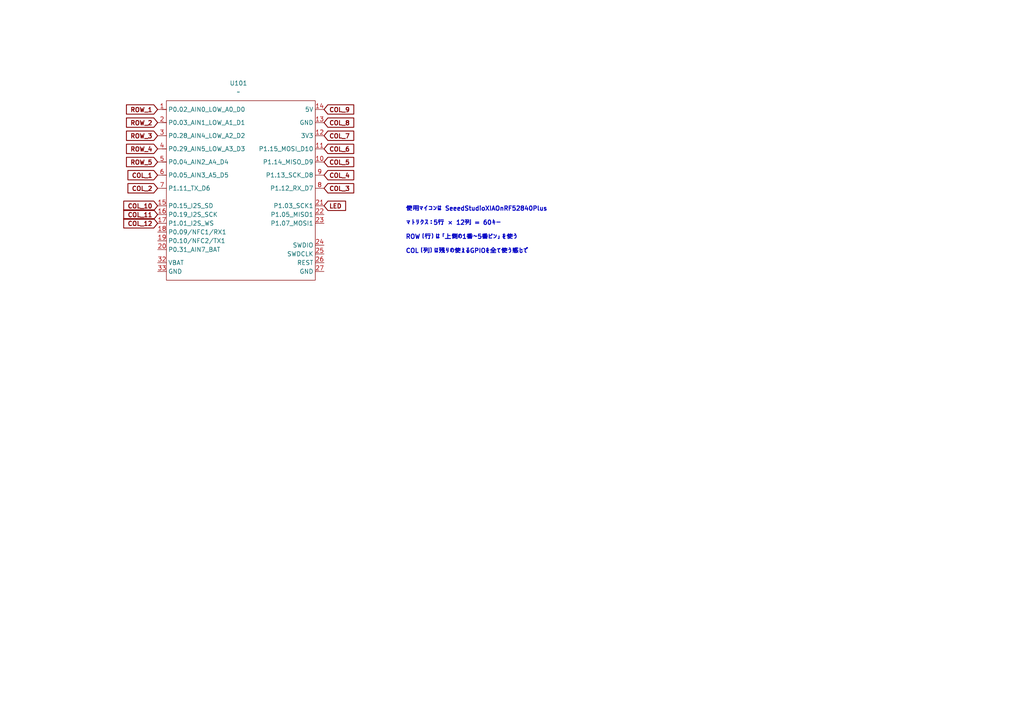
<source format=kicad_sch>
(kicad_sch (version 20250114) (generator "eeschema") (generator_version "9.0")
  (paper "A4")
  (lib_symbols
    (symbol "Seeed_Studio_XIAO_Series:XIAO-nRF52840_Plus_SMD"
      (property "Reference" "U" (at -2.54 2.54 0))
      (symbol "XIAO-nRF52840_Plus_SMD_0_1"
        (rectangle (start 0 0) (end 43.18 -52.07))
      )
      (symbol "XIAO-nRF52840_Plus_SMD_1_0"
        (polyline (pts (xy 0 -2.54) (xy -1.27 -2.54)) (stroke (width 0.1524)))
        (polyline (pts (xy 0 -6.35) (xy -1.27 -6.35)) (stroke (width 0.1524)))
        (polyline (pts (xy 0 -10.16) (xy -1.27 -10.16)) (stroke (width 0.1524)))
        (polyline (pts (xy 0 -13.97) (xy -1.27 -13.97)) (stroke (width 0.1524)))
        (polyline (pts (xy 0 -17.78) (xy -1.27 -17.78)) (stroke (width 0.1524)))
        (polyline (pts (xy 0 -21.59) (xy -1.27 -21.59)) (stroke (width 0.1524)))
        (polyline (pts (xy 0 -25.4) (xy -1.27 -25.4)) (stroke (width 0.1524)))
        (pin passive line (at -2.54 -2.54 0) (length 2.54) (name "P0.02_AIN0_LOW_A0_D0") (number "1"))
        (pin passive line (at -2.54 -6.35 0) (length 2.54) (name "P0.03_AIN1_LOW_A1_D1") (number "2"))
        (pin passive line (at -2.54 -10.16 0) (length 2.54) (name "P0.28_AIN4_LOW_A2_D2") (number "3"))
        (pin passive line (at -2.54 -13.97 0) (length 2.54) (name "P0.29_AIN5_LOW_A3_D3") (number "4"))
        (pin passive line (at -2.54 -17.78 0) (length 2.54) (name "P0.04_AIN2_A4_D4") (number "5"))
        (pin passive line (at -2.54 -21.59 0) (length 2.54) (name "P0.05_AIN3_A5_D5") (number "6"))
        (pin passive line (at -2.54 -25.4 0) (length 2.54) (name "P1.11_TX_D6") (number "7"))
        (pin passive line (at 45.72 -2.54 180) (length 2.54) (name "5V") (number "14"))
        (pin passive line (at 45.72 -6.35 180) (length 2.54) (name "GND") (number "13"))
        (pin passive line (at 45.72 -10.16 180) (length 2.54) (name "3V3") (number "12"))
        (pin passive line (at 45.72 -13.97 180) (length 2.54) (name "P1.15_MOSI_D10") (number "11"))
        (pin passive line (at 45.72 -17.78 180) (length 2.54) (name "P1.14_MISO_D9") (number "10"))
        (pin passive line (at 45.72 -21.59 180) (length 2.54) (name "P1.13_SCK_D8") (number "9"))
        (pin passive line (at 45.72 -25.4 180) (length 2.54) (name "P1.12_RX_D7") (number "8"))
      )
      (symbol "XIAO-nRF52840_Plus_SMD_1_1"
        (pin passive line (at -2.54 -30.48 0) (length 2.54) (name "P0.15_I2S_SD") (number "15"))
        (pin passive line (at -2.54 -33.02 0) (length 2.54) (name "P0.19_I2S_SCK") (number "16"))
        (pin passive line (at -2.54 -35.56 0) (length 2.54) (name "P1.01_I2S_WS") (number "17"))
        (pin passive line (at -2.54 -38.1 0) (length 2.54) (name "P0.09/NFC1/RX1") (number "18"))
        (pin passive line (at -2.54 -40.64 0) (length 2.54) (name "P0.10/NFC2/TX1") (number "19"))
        (pin passive line (at -2.54 -43.18 0) (length 2.54) (name "P0.31_AIN7_BAT") (number "20"))
        (pin passive line (at -2.54 -46.99 0) (length 2.54) (name "VBAT") (number "32"))
        (pin passive line (at -2.54 -49.53 0) (length 2.54) (name "GND") (number "33"))
        (pin passive line (at 45.72 -30.48 180) (length 2.54) (name "P1.03_SCK1") (number "21"))
        (pin passive line (at 45.72 -33.02 180) (length 2.54) (name "P1.05_MISO1") (number "22"))
        (pin passive line (at 45.72 -35.56 180) (length 2.54) (name "P1.07_MOSI1") (number "23"))
        (pin passive line (at 45.72 -41.91 180) (length 2.54) (name "SWDIO") (number "24"))
        (pin passive line (at 45.72 -44.45 180) (length 2.54) (name "SWDCLK") (number "25"))
        (pin passive line (at 45.72 -46.99 180) (length 2.54) (name "REST") (number "26"))
        (pin passive line (at 45.72 -49.53 180) (length 2.54) (name "GND") (number "27"))
      )
    )
  )
  (text "使用マイコンは Seeed Studio XIAO nRF52840 Plus\n\nマトリクス：5行 × 12列 = 60キー\n\nROW（行）は「上側の1番〜5番ピン」を使う\n\nCOL（列）は残りの使えるGPIOを全て使う感じで" (at 117.602 66.802 0) (effects (font (size 1.27 1.27) (thickness 0.254) (bold yes)) (justify left)))
  (global_label "COL_1" (shape input) (at 45.72 50.8 180) (effects (font (thickness 0.254) (bold yes))) (property "Intersheetrefs" "${INTERSHEET_REFS}" (effects (hide yes))))
  (global_label "ROW_2" (shape input) (at 45.72 35.56 180) (effects (font (thickness 0.254) (bold yes))) (property "Intersheetrefs" "${INTERSHEET_REFS}" (effects (hide yes))))
  (global_label "ROW_4" (shape input) (at 45.72 43.18 180) (effects (font (thickness 0.254) (bold yes))) (property "Intersheetrefs" "${INTERSHEET_REFS}" (effects (hide yes))))
  (global_label "LED" (shape input) (at 93.98 59.69 0) (effects (font (thickness 0.254) (bold yes))) (property "Intersheetrefs" "${INTERSHEET_REFS}" (effects (hide yes))))
  (global_label "COL_12" (shape input) (at 45.72 64.77 180) (effects (font (thickness 0.254) (bold yes))) (property "Intersheetrefs" "${INTERSHEET_REFS}" (effects (hide yes))))
  (global_label "ROW_3" (shape input) (at 45.72 39.37 180) (effects (font (thickness 0.254) (bold yes))) (property "Intersheetrefs" "${INTERSHEET_REFS}" (effects (hide yes))))
  (global_label "COL_9" (shape input) (at 93.98 31.75 0) (effects (font (thickness 0.254) (bold yes))) (property "Intersheetrefs" "${INTERSHEET_REFS}" (effects (hide yes))))
  (global_label "COL_5" (shape input) (at 93.98 46.99 0) (effects (font (thickness 0.254) (bold yes))) (property "Intersheetrefs" "${INTERSHEET_REFS}" (effects (hide yes))))
  (global_label "COL_8" (shape input) (at 93.98 35.56 0) (effects (font (thickness 0.254) (bold yes))) (property "Intersheetrefs" "${INTERSHEET_REFS}" (effects (hide yes))))
  (global_label "COL_6" (shape input) (at 93.98 43.18 0) (effects (font (thickness 0.254) (bold yes))) (property "Intersheetrefs" "${INTERSHEET_REFS}" (effects (hide yes))))
  (global_label "COL_11" (shape input) (at 45.72 62.23 180) (effects (font (thickness 0.254) (bold yes))) (property "Intersheetrefs" "${INTERSHEET_REFS}" (effects (hide yes))))
  (global_label "COL_2" (shape input) (at 45.72 54.61 180) (effects (font (thickness 0.254) (bold yes))) (property "Intersheetrefs" "${INTERSHEET_REFS}" (effects (hide yes))))
  (global_label "COL_3" (shape input) (at 93.98 54.61 0) (effects (font (thickness 0.254) (bold yes))) (property "Intersheetrefs" "${INTERSHEET_REFS}" (effects (hide yes))))
  (global_label "COL_4" (shape input) (at 93.98 50.8 0) (effects (font (thickness 0.254) (bold yes))) (property "Intersheetrefs" "${INTERSHEET_REFS}" (effects (hide yes))))
  (global_label "ROW_5" (shape input) (at 45.72 46.99 180) (effects (font (thickness 0.254) (bold yes))) (property "Intersheetrefs" "${INTERSHEET_REFS}" (effects (hide yes))))
  (global_label "ROW_1" (shape input) (at 45.72 31.75 180) (effects (font (thickness 0.254) (bold yes))) (property "Intersheetrefs" "${INTERSHEET_REFS}" (effects (hide yes))))
  (global_label "COL_10" (shape input) (at 45.72 59.69 180) (effects (font (thickness 0.254) (bold yes))) (property "Intersheetrefs" "${INTERSHEET_REFS}" (effects (hide yes))))
  (global_label "COL_7" (shape input) (at 93.98 39.37 0) (effects (font (thickness 0.254) (bold yes))) (property "Intersheetrefs" "${INTERSHEET_REFS}" (effects (hide yes))))
  (symbol (lib_id "Seeed_Studio_XIAO_Series:XIAO-nRF52840_Plus_SMD") (at 48.26 29.21 0) (unit 1)
    (property "Reference" "U101" (at 69.1769 24.13 0))
    (property "Value" "~" (at 69.1769 26.67 0))
    (property "Footprint" "_footprints:XIAO-nRF52840-Plus-SMD" (effects (hide yes)))
  )
)
</source>
